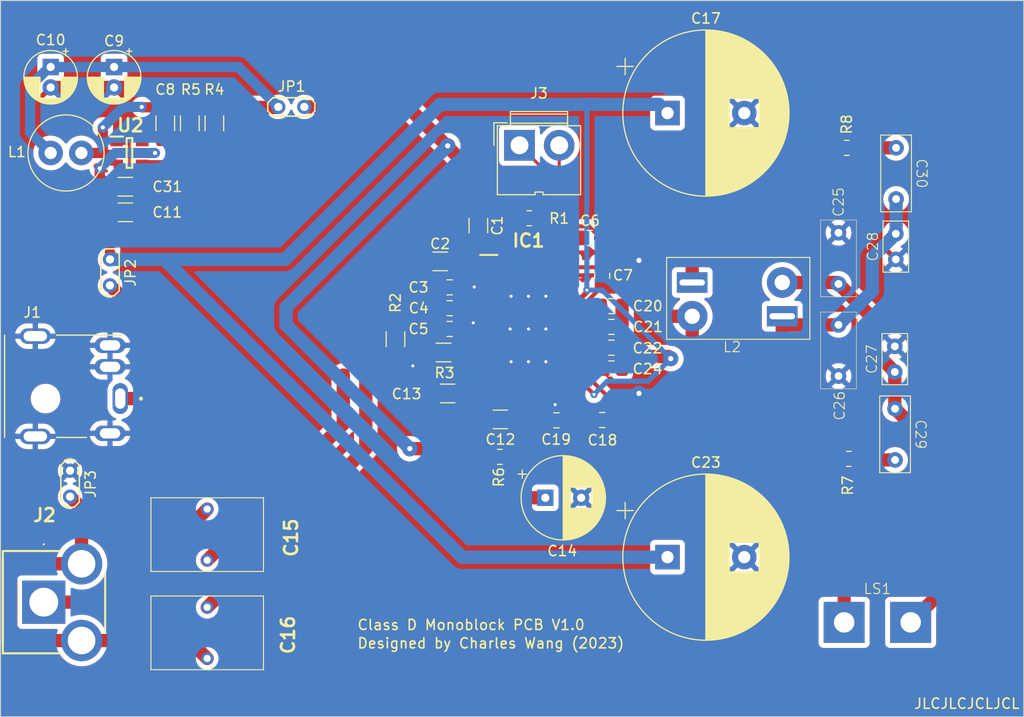
<source format=kicad_pcb>
(kicad_pcb (version 20221018) (generator pcbnew)
  (layers (0 "F.Cu" signal) (1 "In1.Cu" signal) (2 "In2.Cu" signal) (31 "B.Cu" power) (34 "B.Paste" user) (35 "F.Paste" user) (36 "B.SilkS" user "B.Silkscreen") (37 "F.SilkS" user "F.Silkscreen") (38 "B.Mask" user) (39 "F.Mask" user) (44 "Edge.Cuts" user))
  (net 0 "")
  (net 1 "GND")
  (net 2 "Net-(IC1-GVDD_CD)")
  (net 3 "Net-(IC1-VBG)")
  (net 4 "Net-(IC1-C_START)")
  (net 5 "Net-(IC1-AVDD)")
  (net 6 "Net-(IC1-DVDD)")
  (net 7 "Net-(IC1-BST_D)")
  (net 8 "Net-(IC1-OUT_B)")
  (net 9 "Net-(IC1-BST_C)")
  (net 10 "Net-(IC1-OUT_A_1)")
  (net 11 "Net-(U2-CB)")
  (net 12 "Net-(U2-SW)")
  (net 13 "+24V")
  (net 14 "Net-(IC1-GVDD_AB)")
  (net 15 "+12V")
  (net 16 "Net-(J2-SLEEVE)")
  (net 17 "Net-(IC1-INPUT_B)")
  (net 18 "Net-(J2-SHUNT)")
  (net 19 "Net-(IC1-INPUT_A)")
  (net 20 "Net-(IC1-BST_B)")
  (net 21 "Net-(IC1-BST_A)")
  (net 22 "Net-(C25-Pad1)")
  (net 23 "Net-(C26-Pad2)")
  (net 24 "Net-(C29-Pad2)")
  (net 25 "Net-(C30-Pad1)")
  (net 27 "Net-(IC1-~{FAULT})")
  (net 28 "Net-(IC1-~{RESET})")
  (net 31 "Net-(IC1-FREQ_ADJ)")
  (net 32 "Net-(IC1-OC_ADJ)")
  (net 33 "Net-(JP2-B)")
  (net 34 "Net-(U2-FB)")
  (footprint "Capacitor_SMD:C_1206_3216Metric_Pad1.33x1.80mm_HandSolder" (layer "F.Cu") (at 86.2 62.9)
    (fp_text reference "C31")
    (fp_text value "100nF")
  )
  (footprint "Library:MKS2B051001N00KSSD" (layer "F.Cu") (at 94.2 94.4 -90)
    (fp_text reference "C15")
    (fp_text value "10uF (film)" hide)
  )
  (footprint "Library:SOP64P810X120-45M" (layer "F.Cu") (at 125.6 76.8)
    (fp_text reference "IC1")
    (fp_text value "TPA3244DDWR" hide)
  )
  (footprint "Library:PJRAN1X1U01AUX" (layer "F.Cu") (at 78.225 103.5 -90)
    (fp_text reference "J2")
    (fp_text value "PJRAN1X1U01AUX" hide)
  )
  (footprint "Capacitor_SMD:C_1206_3216Metric_Pad1.33x1.80mm_HandSolder" (layer "F.Cu") (at 120.7 66.7 -90)
    (fp_text reference "C1")
    (fp_text value "100nF")
  )
  (footprint "Capacitor_SMD:C_1206_3216Metric_Pad1.33x1.80mm_HandSolder" (layer "F.Cu") (at 86.2 65.4 180)
    (fp_text reference "C11")
    (fp_text value "4.7uF")
  )
  (footprint "Library:Dual_Inductor_Wurth_744011480220" (layer "F.Cu") (at 146.1 73.9 180)
    (fp_text reference "L2")
    (fp_text value "22uHx2")
  )
  (footprint "Resistor_SMD:R_1206_3216Metric_Pad1.30x1.75mm_HandSolder" (layer "F.Cu") (at 94.9 56.7 90)
    (fp_text reference "R4")
    (fp_text value "100K (1%)")
  )
  (footprint "Library:MKS2B036801C00" (layer "F.Cu") (at 155.9 69.9 90)
    (fp_text reference "C25")
    (fp_text value "680nF")
  )
  (footprint "Library:MKS2B036801C00" (layer "F.Cu") (at 155.9 78.9 90)
    (fp_text reference "C26")
    (fp_text value "680nF")
  )
  (footprint "Capacitor_SMD:C_0805_2012Metric_Pad1.18x1.45mm_HandSolder" (layer "F.Cu") (at 117.9 74.768)
    (fp_text reference "C4")
    (fp_text value "1uF")
  )
  (footprint "Library:MKP2F021001B00" (layer "F.Cu") (at 164.925 87.1 -90)
    (fp_text reference "C29")
    (fp_text value "10nF")
  )
  (footprint "Resistor_SMD:R_1206_3216Metric_Pad1.30x1.75mm_HandSolder" (layer "F.Cu") (at 92.5 56.7 -90)
    (fp_text reference "R5")
    (fp_text value "5.23K (1%)")
  )
  (footprint "Capacitor_THT:CP_Radial_D8.0mm_P3.50mm" (layer "F.Cu") (at 127.247349 93.3)
    (fp_text reference "C14")
    (fp_text value "470uF 25V")
  )
  (footprint "Capacitor_SMD:C_0805_2012Metric_Pad1.18x1.45mm_HandSolder" (layer "F.Cu") (at 132.8 85.7)
    (fp_text reference "C18")
    (fp_text value "33nF")
  )
  (footprint "Resistor_SMD:R_1206_3216Metric_Pad1.30x1.75mm_HandSolder" (layer "F.Cu") (at 117.3 79.1)
    (fp_text reference "R3")
    (fp_text value "30k")
  )
  (footprint "Capacitor_THT:CP_Radial_D16.0mm_P7.50mm" (layer "F.Cu") (at 139.187246 55.7)
    (fp_text reference "C17")
    (fp_text value "1000uF")
  )
  (footprint "Capacitor_SMD:C_0805_2012Metric_Pad1.18x1.45mm_HandSolder" (layer "F.Cu") (at 133.7065 78.6288)
    (fp_text reference "C22")
    (fp_text value "1uF")
  )
  (footprint "Capacitor_SMD:C_0805_2012Metric_Pad1.18x1.45mm_HandSolder" (layer "F.Cu") (at 117.9 72.736)
    (fp_text reference "C3")
    (fp_text value "10nF")
  )
  (footprint "Capacitor_SMD:C_1206_3216Metric_Pad1.33x1.80mm_HandSolder" (layer "F.Cu") (at 90.1 56.7 90)
    (fp_text reference "C8")
    (fp_text value "100nF")
  )
  (footprint "Capacitor_THT:CP_Radial_D16.0mm_P7.50mm" (layer "F.Cu") (at 139.187246 99.1)
    (fp_text reference "C23")
    (fp_text value "1000uF")
  )
  (footprint "Library:FKP0C011000B00" (layer "F.Cu") (at 156.5 68.75 90)
    (fp_text reference "C28")
    (fp_text value "1nF")
  )
  (footprint "Capacitor_SMD:C_0805_2012Metric_Pad1.18x1.45mm_HandSolder" (layer "F.Cu") (at 133.7065 74.5648)
    (fp_text reference "C20")
    (fp_text value "1uF")
  )
  (footprint "Resistor_SMD:R_0805_2012Metric_Pad1.20x1.40mm_HandSolder" (layer "F.Cu") (at 156.7 59.1)
    (fp_text reference "R8")
    (fp_text value "3R3")
  )
  (footprint "Capacitor_SMD:C_0805_2012Metric_Pad1.18x1.45mm_HandSolder" (layer "F.Cu") (at 117.9 76.8)
    (fp_text reference "C5")
    (fp_text value "1uF")
  )
  (footprint "Library:FKP0C011000B00" (layer "F.Cu") (at 156.4 79.75 90)
    (fp_text reference "C27")
    (fp_text value "1nF")
  )
  (footprint "Capacitor_SMD:C_0805_2012Metric_Pad1.18x1.45mm_HandSolder" (layer "F.Cu") (at 133.7065 76.5968 180)
    (fp_text reference "C21")
    (fp_text value "1uF")
  )
  (footprint "Capacitor_SMD:C_1206_3216Metric_Pad1.33x1.80mm_HandSolder" (layer "F.Cu") (at 116.964 70.196)
    (fp_text reference "C2")
    (fp_text value "100nF")
  )
  (footprint "Capacitor_SMD:C_0805_2012Metric_Pad1.18x1.45mm_HandSolder" (layer "F.Cu") (at 133.7065 80.6608 180)
    (fp_text reference "C24")
    (fp_text value "1uF")
  )
  (footprint "Resistor_SMD:R_0805_2012Metric_Pad1.20x1.40mm_HandSolder" (layer "F.Cu") (at 156.9 89.5 180)
    (fp_text reference "R7")
    (fp_text value "3R3")
  )
  (footprint "Capacitor_THT:CP_Radial_D5.0mm_P2.00mm" (layer "F.Cu") (at 78.9 51.2 -90)
    (fp_text reference "C10")
    (fp_text value "10uF")
  )
  (footprint "Capacitor_SMD:C_0805_2012Metric_Pad1.18x1.45mm_HandSolder" (layer "F.Cu") (at 132.8 71.6 -90)
    (fp_text reference "C7")
    (fp_text value "33nF")
  )
  (footprint "Capacitor_SMD:C_0805_2012Metric_Pad1.18x1.45mm_HandSolder" (layer "F.Cu") (at 131.6 67.9)
    (fp_text reference "C6")
    (fp_text value "33nF")
  )
  (footprint "TestPoint:TestPoint_2Pads_Pitch2.54mm_Drill0.8mm" (layer "F.Cu") (at 84.7 70 -90)
    (fp_text reference "JP2")
    (fp_text value "24V Jumper")
  )
  (footprint "Capacitor_SMD:C_1206_3216Metric_Pad1.33x1.80mm_HandSolder" (layer "F.Cu") (at 117.7 83.1)
    (fp_text reference "C13")
    (fp_text value "100nF")
  )
  (footprint "Library:L_Radial_D7.0mm_P3.0mm" (layer "F.Cu") (at 78.9 59.6)
    (fp_text reference "L1")
    (fp_text value "8.2uH")
  )
  (footprint "Capacitor_THT:CP_Radial_D5.0mm_P2.00mm" (layer "F.Cu") (at 85.1 51.2 -90)
    (fp_text reference "C9")
    (fp_text value "10uF")
  )
  (footprint "Library:SpeakerOutWire" (layer "F.Cu") (at 159.7 108.475 180)
    (fp_text reference "LS1")
    (fp_text value "Speaker")
  )
  (footprint "Resistor_SMD:R_0805_2012Metric_Pad1.20x1.40mm_HandSolder" (layer "F.Cu") (at 122.8 89.3 180)
    (fp_text reference "R6")
    (fp_text value "3R3")
  )
  (footprint "Library:MKP2F021001B00" (layer "F.Cu") (at 165.025 61.6 -90)
    (fp_text reference "C30")
    (fp_text value "10nF")
  )
  (footprint "Library:CUI_PJ-076A" (layer "F.Cu") (at 80.15 82.4)
    (fp_text reference "J1")
    (fp_text value "PJ-076A")
  )
  (footprint "TestPoint:TestPoint_2Pads_Pitch2.54mm_Drill0.8mm" (layer "F.Cu") (at 80.8 90.65 -90)
    (fp_text reference "JP3")
    (fp_text value "Audio GND")
  )
  (footprint "TestPoint:TestPoint_2Pads_Pitch2.54mm_Drill0.8mm" (layer "F.Cu") (at 101.15 55.1)
    (fp_text reference "JP1")
    (fp_text value "12V Jumper")
  )
  (footprint "Resistor_SMD:R_0805_2012Metric_Pad1.20x1.40mm_HandSolder" (layer "F.Cu") (at 125.6856 65.9796)
    (fp_text reference "R1")
    (fp_text value "3R3")
  )
  (footprint "Library:SOT95P280X110-6N" (layer "F.Cu") (at 86.6 59.6)
    (fp_text reference "U2")
    (fp_text value "LMR51420YDDCR" hide)
  )
  (footprint "Resistor_SMD:R_1206_3216Metric_Pad1.30x1.75mm_HandSolder" (layer "F.Cu") (at 112.6 77.8 -90)
    (fp_text reference "R2")
    (fp_text value "30K (1%)")
  )
  (footprint "Capacitor_SMD:C_1206_3216Metric_Pad1.33x1.80mm_HandSolder" (layer "F.Cu") (at 122.8568 85.6392)
    (fp_text reference "C12")
    (fp_text value "100nF")
  )
  (footprint "Library:MKS2B051001N00KSSD" (layer "F.Cu") (at 94.2 109 90)
    (fp_text reference "C16")
    (fp_text value "10uF (film)" hide)
  )
  (footprint "Connector:JWT_A3963_1x02_P3.96mm_Vertical" (layer "F.Cu") (at 124.72 58.85)
    (fp_text reference "J3")
    (fp_text value "status_output")
  )
  (footprint "Capacitor_SMD:C_0805_2012Metric_Pad1.18x1.45mm_HandSolder" (layer "F.Cu") (at 128.331555 85.7332 180)
    (fp_text reference "C19")
    (fp_text value "33nF")
  )
  (gr_line (start 74 44.7) (end 74 114.7) (stroke (width 0.1)) (layer "Edge.Cuts"))
  (gr_line (start 174 114.7) (end 174 44.7) (stroke (width 0.1)) (layer "Edge.Cuts"))
  (gr_line (start 174 44.7) (end 74 44.7) (stroke (width 0.1)) (layer "Edge.Cuts"))
  (gr_line (start 74 114.7) (end 174 114.7) (stroke (width 0.1)) (layer "Edge.Cuts"))
  (gr_text "Class D Monoblock PCB V1.0" (at 108.8 106.3) (layer "F.SilkS") (effects (font (size 1 1)) (justify left bottom)))
  (gr_text "JLCJLCJCLJCL" (at 163.2 114) (layer "F.SilkS") (effects (font (size 1 1)) (justify left bottom)))
  (gr_text "Designed by Charles Wang (2023)" (at 108.8 108.1) (layer "F.SilkS") (effects (font (size 1 1)) (justify left bottom)))
  (segment (start 132.4658 76.8) (end 132.669 76.5968) (width 0.4) (layer "F.Cu") (net 1))
  (segment (start 122.108 73.308) (end 125.6 76.8) (width 0.4) (layer "F.Cu") (net 1))
  (segment (start 121.7 76.2) (end 121.7 75.86) (width 0.4) (layer "F.Cu") (net 1))
  (segment (start 129.488 81.9) (end 128.565 81.9) (width 0.4) (layer "F.Cu") (net 1))
  (segment (start 78.9 53.2) (end 85.1 53.2) (width 1.3) (layer "F.Cu") (net 1))
  (segment (start 121.7 75.86) (end 121.712 75.848) (width 0.4) (layer "F.Cu") (net 1))
  (segment (start 129.488 76.8) (end 129.488 76.482) (width 0.4) (layer "F.Cu") (net 1))
  (segment (start 129.636 71.55) (end 135.05 71.55) (width 0.4) (layer "F.Cu") (net 1))
  (segment (start 129.488 72.038) (end 129.488 71.402) (width 0.4) (layer "F.Cu") (net 1))
  (segment (start 136.4 70.2) (end 136.4 70.1) (width 0.4) (layer "F.Cu") (net 1))
  (segment (start 136.5 70.1) (end 136.3 70.3) (width 0.4) (layer "F.Cu") (net 1))
  (segment (start 129.488 81.9) (end 129.488 81.562) (width 0.4) (layer "F.Cu") (net 1))
  (segment (start 125.6 80) (end 125.6 76.8) (width 0.4) (layer "F.Cu") (net 1))
  (segment (start 116.8625 72.736) (end 116.8625 76.8) (width 1.3) (layer "F.Cu") (net 1))
  (segment (start 121.712 82.198) (end 124.252 82.198) (width 0.4) (layer "F.Cu") (net 1))
  (segment (start 129.488 71.402) (end 129.636 71.55) (width 0.4) (layer "F.Cu") (net 1))
  (segment (start 129.488 82.198) (end 129.488 81.9) (width 0.4) (layer "F.Cu") (net 1))
  (segment (start 128.565 81.9) (end 128.2 82.265) (width 0.4) (layer "F.Cu") (net 1))
  (segment (start 129.488 76.8) (end 132.4658 76.8) (width 0.4) (layer "F.Cu") (net 1))
  (segment (start 128.2 82.265) (end 128.2 84.2) (width 0.4) (layer "F.Cu") (net 1))
  (segment (start 120.2 76.2) (end 121.7 76.2) (width 0.4) (layer "F.Cu") (net 1))
  (segment (start 136.4 83.1) (end 135.1082 83.1) (width 0.4) (layer "F.Cu") (net 1))
  (segment (start 124.252 82.198) (end 125.6 80.85) (width 0.4) (layer "F.Cu") (net 1))
  (segment (start 129.488 77.118) (end 129.488 76.8) (width 0.4) (layer "F.Cu") (net 1))
  (segment (start 92.5 54.919365) (end 90.780635 53.2) (width 1.3) (layer "F.Cu") (net 1))
  (segment (start 120.885 73.7) (end 120.3 73.115) (width 0.4) (layer "F.Cu") (net 1))
  (segment (start 125.6 80.85) (end 125.6 80) (width 0.4) (layer "F.Cu") (net 1))
  (segment (start 135.05 71.55) (end 136.4 70.2) (width 0.4) (layer "F.Cu") (net 1))
  (segment (start 121.712 73.308) (end 122.108 73.308) (width 0.4) (layer "F.Cu") (net 1))
  (segment (start 120.3 73.115) (end 120.3 72.7) (width 0.4) (layer "F.Cu") (net 1))
  (segment (start 136.4 70.1) (end 136.5 70.1) (width 0.4) (layer "F.Cu") (net 1))
  (segment (start 120.885 73.7) (end 121.7 73.7) (width 0.4) (layer "F.Cu") (net 1))
  (segment (start 92.5 55.15) (end 92.5 54.919365) (width 1.3) (layer "F.Cu") (net 1))
  (segment (start 90.780635 53.2) (end 85.1 53.2) (width 1.3) (layer "F.Cu") (net 1))
  (segment (start 132.669 74.5648) (end 132.669 80.6608) (width 1.3) (layer "F.Cu") (net 1))
  (segment (start 135.1082 83.1) (end 132.669 80.6608) (width 0.4) (layer "F.Cu") (net 1))
  (via (at 125.6 73.6) (size 0.7) (drill 0.3) (layers "F.Cu" "B.Cu") (net 1))
  (via (at 125.6 80) (size 0.7) (drill 0.3) (layers "F.Cu" "B.Cu") (net 1))
  (via (at 123.9 80) (size 0.7) (drill 0.3) (layers "F.Cu" "B.Cu") (net 1))
  (via (at 123.8 76.8) (size 0.7) (drill 0.3) (layers "F.Cu" "B.Cu") (net 1))
  (via (at 136.4 70.1) (size 1.5) (drill 0.5) (layers "F.Cu" "B.Cu") (net 1))
  (via (at 123.9 73.6) (size 0.7) (drill 0.3) (layers "F.Cu" "B.Cu") (net 1))
  (via (at 136.4 83.1) (size 1.5) (drill 0.5) (layers "F.Cu" "B.Cu") (net 1))
  (via (at 120.2 76.2) (size 0.7) (drill 0.3) (layers "F.Cu" "B.Cu") (net 1))
  (via (at 125.6 76.8) (size 0.7) (drill 0.3) (layers "F.Cu" "B.Cu") (net 1))
  (via (at 127.3 80) (size 0.7) (drill 0.3) (layers "F.Cu" "B.Cu") (net 1))
  (via (at 127.3 76.8) (size 0.7) (drill 0.3) (layers "F.Cu" "B.Cu") (net 1))
  (via (at 120.3 72.7) (size 0.7) (drill 0.3) (layers "F.Cu" "B.Cu") (net 1))
  (via (at 127.3 73.6) (size 0.7) (drill 0.3) (layers "F.Cu" "B.Cu") (net 1))
  (via (at 114.3 80.4) (size 0.7) (drill 0.3) (layers "F.Cu" "B.Cu") (net 1))
  (via (at 128.2 84.2) (size 0.7) (drill 0.3) (layers "F.Cu" "B.Cu") (net 1))
  (segment (start 126.6856 66.123103) (end 124.546203 68.2625) (width 1) (layer "F.Cu") (net 2))
  (segment (start 121.712 70.132) (end 121.712 69.2745) (width 0.4) (layer "F.Cu") (net 2))
  (segment (start 126.6856 65.9796) (end 126.6856 66.123103) (width 1) (layer "F.Cu") (net 2))
  (segment (start 124.546203 68.2625) (end 120.7 68.2625) (width 1) (layer "F.Cu") (net 2))
  (segment (start 121.712 69.2745) (end 120.7 68.2625) (width 0.4) (layer "F.Cu") (net 2))
  (segment (start 119.7325 71.402) (end 118.5265 70.196) (width 0.4) (layer "F.Cu") (net 3))
  (segment (start 121.712 71.402) (end 119.7325 71.402) (width 0.4) (layer "F.Cu") (net 3))
  (segment (start 118.9375 73.0225) (end 118.9375 72.736) (width 0.4) (layer "F.Cu") (net 4))
  (segment (start 120.493 74.578) (end 118.9375 73.0225) (width 0.4) (layer "F.Cu") (net 4))
  (segment (start 121.712 74.578) (end 120.493 74.578) (width 0.4) (layer "F.Cu") (net 4))
  (segment (start 121.712 75.212) (end 119.3815 75.212) (width 0.4) (layer "F.Cu") (net 5))
  (segment (start 119.3815 75.212) (end 118.9375 74.768) (width 0.4) (layer "F.Cu") (net 5))
  (segment (start 122.933 77.118) (end 121.712 77.118) (width 0.4) (layer "F.Cu") (net 6))
  (segment (start 122.9495 81.5455) (end 122.9495 77.1345) (width 0.4) (layer "F.Cu") (net 6))
  (segment (start 122.9495 77.1345) (end 122.933 77.118) (width 0.4) (layer "F.Cu") (net 6))
  (segment (start 121.712 77.118) (end 119.2555 77.118) (width 0.4) (layer "F.Cu") (net 6))
  (segment (start 122.933 81.562) (end 122.9495 81.5455) (width 0.4) (layer "F.Cu") (net 6))
  (segment (start 119.2555 77.118) (end 118.9375 76.8) (width 0.4) (layer "F.Cu") (net 6))
  (segment (start 121.712 81.562) (end 122.933 81.562) (width 0.4) (layer "F.Cu") (net 6))
  (segment (start 129.927255 67.9) (end 129.488 68.339255) (width 0.4) (layer "F.Cu") (net 7))
  (segment (start 130.5625 67.9) (end 129.927255 67.9) (width 0.4) (layer "F.Cu") (net 7))
  (segment (start 129.488 70.132) (end 129.488 68.339255) (width 0.4) (layer "F.Cu") (net 7))
  (segment (start 133.8375 83.9) (end 133.8375 85.7) (width 0.4) (layer "F.Cu") (net 8))
  (segment (start 128.2505 73.3245) (end 128.267 73.308) (width 0.4) (layer "F.Cu") (net 8))
  (segment (start 131.6 78.645) (end 130.707 77.752) (width 0.4) (layer "F.Cu") (net 8))
  (segment (start 129.488 72.672) (end 129.488 73.308) (width 0.4) (layer "F.Cu") (net 8))
  (segment (start 128.267 77.752) (end 128.2505 77.7355) (width 0.4) (layer "F.Cu") (net 8))
  (segment (start 141.6 70.2) (end 139.3 67.9) (width 1.3) (layer "F.Cu") (net 8))
  (segment (start 128.267 73.308) (end 129.488 73.308) (width 0.4) (layer "F.Cu") (net 8))
  (segment (start 141.6 72.26) (end 141.6 70.2) (width 1.3) (layer "F.Cu") (net 8))
  (segment (start 129.955761 66.775) (end 131.5125 66.775) (width 0.4) (layer "F.Cu") (net 8))
  (segment (start 129.488 77.752) (end 128.267 77.752) (width 0.4) (layer "F.Cu") (net 8))
  (segment (start 139.3 67.9) (end 132.6375 67.9) (width 1.3) (layer "F.Cu") (net 8))
  (segment (start 128.2505 77.7355) (end 128.2505 73.3245) (width 0.4) (layer "F.Cu") (net 8))
  (segment (start 128.2505 72.6555) (end 128.2505 68.480261) (width 0.4) (layer "F.Cu") (net 8))
  (segment (start 129.488 72.672) (end 128.267 72.672) (width 0.4) (layer "F.Cu") (net 8))
  (segment (start 128.2505 72.6555) (end 128.2505 73.3245) (width 0.4) (layer "F.Cu") (net 8))
  (segment (start 128.2505 68.480261) (end 129.955761 66.775) (width 0.4) (layer "F.Cu") (net 8))
  (segment (start 128.267 72.672) (end 128.2505 72.6555) (width 0.4) (layer "F.Cu") (net 8))
  (segment (start 131.6 81.6625) (end 133.8375 83.9) (width 0.4) (layer "F.Cu") (net 8))
  (segment (start 131.5125 66.775) (end 132.6375 67.9) (width 0.4) (layer "F.Cu") (net 8))
  (segment (start 131.6 81.6625) (end 131.6 78.645) (width 0.4) (layer "F.Cu") (net 8))
  (segment (start 130.707 77.752) (end 129.488 77.752) (width 0.4) (layer "F.Cu") (net 8))
  (segment (start 129.488 70.768) (end 132.259255 70.768) (width 0.4) (layer "F.Cu") (net 9))
  (segment (start 132.259255 70.768) (end 132.831555 70.1957) (width 0.4) (layer "F.Cu") (net 9))
  (segment (start 129.488 80.292) (end 128.903 80.292) (width 0.4) (layer "F.Cu") (net 10))
  (segment (start 128.86772 87.6) (end 127.294055 86.026335) (width 1.3) (layer "F.Cu") (net 10))
  (segment (start 141.6 82.4) (end 136.4 87.6) (width 1.3) (layer "F.Cu") (net 10))
  (segment (start 136.4 87.6) (end 128.86772 87.6) (width 1.3) (layer "F.Cu") (net 10))
  (segment (start 139.36 75.56) (end 136.5 72.7) (width 1.3) (layer "F.Cu") (net 10))
  (segment (start 128.267 80.928) (end 129.488 80.928) (width 0.4) (layer "F.Cu") (net 10))
  (segment (start 127.294055 81.900945) (end 128.267 80.928) (width 0.4) (layer "F.Cu") (net 10))
  (segment (start 127.294055 86.026335) (end 127.294055 85.7332) (width 1.3) (layer "F.Cu") (net 10))
  (segment (start 130.707 75.848) (end 131.5 75.055) (width 0.4) (layer "F.Cu") (net 10))
  (segment (start 129.488 80.928) (end 129.488 80.292) (width 0.4) (layer "F.Cu") (net 10))
  (segment (start 127.294055 85.7332) (end 127.294055 81.900945) (width 0.4) (layer "F.Cu") (net 10))
  (segment (start 129.488 75.848) (end 130.707 75.848) (width 0.4) (layer "F.Cu") (net 10))
  (segment (start 131.5 73.9375) (end 132.8 72.6375) (width 0.4) (layer "F.Cu") (net 10))
  (segment (start 141.6 75.56) (end 141.6 82.4) (width 1.3) (layer "F.Cu") (net 10))
  (segment (start 141.6 75.56) (end 139.36 75.56) (width 1.3) (layer "F.Cu") (net 10))
  (segment (start 136.5 72.7) (end 132.8625 72.7) (width 1.3) (layer "F.Cu") (net 10))
  (segment (start 128.903 80.292) (end 128.267 80.928) (width 0.4) (layer "F.Cu") (net 10))
  (segment (start 131.5 75.055) (end 131.5 73.9375) (width 0.4) (layer "F.Cu") (net 10))
  (segment (start 132.8625 72.7) (end 132.8 72.6375) (width 1.3) (layer "F.Cu") (net 10))
  (segment (start 90.1 58.2625) (end 88.2375 58.2625) (width 0.5) (layer "F.Cu") (net 11))
  (segment (start 88.2375 58.2625) (end 87.85 58.65) (width 0.5) (layer "F.Cu") (net 11))
  (segment (start 87.8375 55.1375) (end 87.8 55.1) (width 1) (layer "F.Cu") (net 12))
  (segment (start 84 57.1) (end 84 59.6) (width 1) (layer "F.Cu") (net 12))
  (segment (start 81.9 59.6) (end 84 59.6) (width 1) (layer "F.Cu") (net 12))
  (segment (start 85.35 59.6) (end 84 59.6) (width 0.6) (layer "F.Cu") (net 12))
  (segment (start 90.1 55.1375) (end 87.8375 55.1375) (width 1) (layer "F.Cu") (net 12))
  (via (at 87.8 55.1) (size 0.8) (drill 0.4) (layers "F.Cu" "B.Cu") (net 12))
  (via (at 84 57.1) (size 0.8) (drill 0.4) (layers "F.Cu" "B.Cu") (net 12))
  (segment (start 87.8 55.1) (end 86 55.1) (width 1) (layer "B.Cu") (net 12))
  (segment (start 86 55.1) (end 84 57.1) (width 1) (layer "B.Cu") (net 12))
  (segment (start 134.744 79.5) (end 139.3 79.5) (width 1.3) (layer "F.Cu") (net 13))
  (segment (start 85.35 60.55) (end 85.35 62.1875) (width 0.6) (layer "F.Cu") (net 13))
  (segment (start 131 82.2) (end 131 79.949) (width 0.4) (layer "F.Cu") (net 13))
  (segment (start 83.7 61.9625) (end 84.6375 62.9) (width 1) (layer "F.Cu") (net 13))
  (segment (start 139.3 79.5) (end 139.5 79.7) (width 1.3) (layer "F.Cu") (net 13))
  (segment (start 129.488 75.212) (end 129.488 74.578) (width 0.4) (layer "F.Cu") (net 13))
  (segment (start 134.744 79.5) (end 134.744 74.5648) (width 1.3) (layer "F.Cu") (net 13))
  (segment (start 130.709 79.658) (end 129.488 79.658) (width 0.4) (layer "F.Cu") (net 13))
  (segment (start 129.488 79.022) (end 129.488 79.658) (width 0.4) (layer "F.Cu") (net 13))
  (segment (start 129.488 73.942) (end 129.488 74.578) (width 0.4) (layer "F.Cu") (net 13))
  (segment (start 131.3 73.2) (end 129.922 74.578) (width 0.5) (layer "F.Cu") (net 13))
  (segment (start 84.7 65.4625) (end 84.6375 65.4) (width 1.3) (layer "F.Cu") (net 13))
  (segment (start 131.3 73) (end 131.3 73.2) (width 0.5) (layer "F.Cu") (net 13))
  (segment (start 129.488 78.388) (end 129.488 79.022) (width 0.4) (layer "F.Cu") (net 13))
  (segment (start 85.35 62.1875) (end 84.6375 62.9) (width 0.6) (layer "F.Cu") (net 13))
  (segment (start 131 79.949) (end 130.709 79.658) (width 0.4) (layer "F.Cu") (net 13))
  (segment (start 132 83.2) (end 131 82.2) (width 0.4) (layer "F.Cu") (net 13))
  (segment (start 129.922 74.578) (end 129.488 74.578) (width 0.5) (layer "F.Cu") (net 13))
  (segment (start 84.7 70) (end 84.7 62.9625) (width 1) (layer "F.Cu") (net 13))
  (segment (start 134.744 80.6608) (end 134.744 79.5) (width 1.3) (layer "F.Cu") (net 13))
  (segment (start 83.7 61.1) (end 83.7 61.9625) (width 1) (layer "F.Cu") (net 13))
  (segment (start 87.85 59.6) (end 89.1 59.6) (width 0.5) (layer "F.Cu") (net 13))
  (segment (start 84.7 62.9625) (end 84.6375 62.9) (width 1) (layer "F.Cu") (net 13))
  (via (at 139.5 79.7) (size 1.5) (drill 0.5) (layers "F.Cu" "B.Cu") (net 13))
  (via (at 89.1 59.6) (size 0.8) (drill 0.4) (layers "F.Cu" "B.Cu") (net 13))
  (via (at 132 83.2) (size 0.7) (drill 0.3) (layers "F.Cu" "B.Cu") (net 13))
  (via (at 83.7 61.1) (size 0.8) (drill 0.4) (layers "F.Cu" "B.Cu") (net 13))
  (via (at 131.3 73) (size 0.7) (drill 0.3) (layers "F.Cu" "B.Cu") (net 13))
  (segment (start 90 70) (end 84.7 70) (width 1.3) (layer "B.Cu") (net 13))
  (segment (start 119.1 99.1) (end 90 70) (width 1.3) (layer "B.Cu") (net 13))
  (segment (start 101.8 70) (end 90 70) (width 1.3) (layer "B.Cu") (net 13))
  (segment (start 138.337246 54.85) (end 139.187246 55.7) (width 1.3) (layer "B.Cu") (net 13))
  (segment (start 131.3 54.85) (end 116.95 54.85) (width 1.3) (layer "B.Cu") (net 13))
  (segment (start 85.2 59.6) (end 83.7 61.1) (width 1) (layer "B.Cu") (net 13))
  (segment (start 131.3 73) (end 131.3 54.85) (width 0.5) (layer "B.Cu") (net 13))
  (segment (start 116.95 54.85) (end 101.8 70) (width 1.3) (layer "B.Cu") (net 13))
  (segment (start 132.35 54.85) (end 131.3 54.85) (width 1.3) (layer "B.Cu") (net 13))
  (segment (start 133.3 81.9) (end 132 83.2) (width 0.5) (layer "B.Cu") (net 13))
  (segment (start 137.3 81.9) (end 133.3 81.9) (width 0.5) (layer "B.Cu") (net 13))
  (segment (start 139.187246 99.1) (end 119.1 99.1) (width 1.3) (layer "B.Cu") (net 13))
  (segment (start 89.1 59.6) (end 85.2 59.6) (width 1) (layer "B.Cu") (net 13))
  (segment (start 132.8 73) (end 139.5 79.7) (width 0.5) (layer "B.Cu") (net 13))
  (segment (start 131.3 73) (end 132.8 73) (width 0.5) (layer "B.Cu") (net 13))
  (segment (start 139.5 79.7) (end 137.3 81.9) (width 0.5) (layer "B.Cu") (net 13))
  (segment (start 132.35 54.85) (end 138.337246 54.85) (width 1.3) (layer "B.Cu") (net 13))
  (segment (start 123.8 88.1449) (end 121.2943 85.6392) (width 1.3) (layer "F.Cu") (net 14))
  (segment (start 121.2943 83.8857) (end 121.712 83.468) (width 0.4) (layer "F.Cu") (net 14))
  (segment (start 123.8 89.3) (end 123.8 88.1449) (width 1.3) (layer "F.Cu") (net 14))
  (segment (start 121.2943 85.6392) (end 121.2943 83.8857) (width 0.4) (layer "F.Cu") (net 14))
  (segment (start 78.778679 51.2) (end 78.9 51.2) (width 1) (layer "F.Cu") (net 15))
  (segment (start 94.9 55.15) (end 94.9 54.969365) (width 1.3) (layer "F.Cu") (net 15))
  (segment (start 124.6856 65.9796) (end 117.7 58.994) (width 1.3) (layer "F.Cu") (net 15))
  (segment (start 119.5305 82.832) (end 119.2625 83.1) (width 0.4) (layer "F.Cu") (net 15))
  (segment (start 119.2625 86.7625) (end 121.8 89.3) (width 1.3) (layer "F.Cu") (net 15))
  (segment (start 117.7 58.994) (end 117.7 58.9) (width 1.3) (layer "F.Cu") (net 15))
  (segment (start 117.525 88.5) (end 119.2625 86.7625) (width 1.3) (layer "F.Cu") (net 15))
  (segment (start 121.8 89.952651) (end 121.8 89.3) (width 1.3) (layer "F.Cu") (net 15))
  (segment (start 127.247349 93.3) (end 125.147349 93.3) (width 1.3) (layer "F.Cu") (net 15))
  (segment (start 117.606 58.9) (end 113.806 55.1) (width 1.3) (layer "F.Cu") (net 15))
  (segment (start 101.1 55.15) (end 101.15 55.1) (width 1.3) (layer "F.Cu") (net 15))
  (segment (start 113.806 55.1) (end 103.69 55.1) (width 1.3) (layer "F.Cu") (net 15))
  (segment (start 94.9 55.15) (end 101.1 55.15) (width 1.3) (layer "F.Cu") (net 15))
  (segment (start 117.7 58.9) (end 117.606 58.9) (width 1.3) (layer "F.Cu") (net 15))
  (segment (start 114 88.5) (end 117.525 88.5) (width 1.3) (layer "F.Cu") (net 15))
  (segment (start 121.712 82.832) (end 119.5305 82.832) (width 0.4) (layer "F.Cu") (net 15))
  (segment (start 125.147349 93.3) (end 121.8 89.952651) (width 1.3) (layer "F.Cu") (net 15))
  (segment (start 119.2625 86.7625) (end 119.2625 83.1) (width 1.3) (layer "F.Cu") (net 15))
  (via (at 114 88.5) (size 1.5) (drill 0.5) (layers "F.Cu" "B.Cu") (net 15))
  (via (at 117.7 58.9) (size 1.5) (drill 0.5) (layers "F.Cu" "B.Cu") (net 15))
  (segment (start 117.7 58.9) (end 101.9 74.7) (width 1.3) (layer "B.Cu") (net 15))
  (segment (start 101.9 74.7) (end 101.9 74.8) (width 1.3) (layer "B.Cu") (net 15))
  (segment (start 101.9 76.4) (end 114 88.5) (width 1.3) (layer "B.Cu") (net 15))
  (segment (start 78.9 51.2) (end 78.778679 51.2) (width 1) (layer "B.Cu") (net 15))
  (segment (start 97.25 51.2) (end 101.15 55.1) (width 1) (layer "B.Cu") (net 15))
  (segment (start 78.9 51.2) (end 85.1 51.2) (width 1) (layer "B.Cu") (net 15))
  (segment (start 85.1 51.2) (end 97.25 51.2) (width 1) (layer "B.Cu") (net 15))
  (segment (start 78.778679 51.2) (end 76.9 53.078679) (width 1) (layer "B.Cu") (net 15))
  (segment (start 101.9 74.8) (end 101.9 76.4) (width 1.3) (layer "B.Cu") (net 15))
  (segment (start 76.9 57.6) (end 78.9 59.6) (width 1) (layer "B.Cu") (net 15))
  (segment (start 76.9 53.078679) (end 76.9 57.6) (width 1) (layer "B.Cu") (net 15))
  (segment (start 78.225 103.5) (end 85.1 103.5) (width 1.3) (layer "F.Cu") (net 16))
  (segment (start 85.1 103.5) (end 94.2 94.4) (width 1.3) (layer "F.Cu") (net 16))
  (segment (start 120.300894 80.292) (end 119.392894 81.2) (width 0.3) (layer "F.Cu") (net 17))
  (segment (start 111.1 80.7) (end 108.1 80.7) (width 0.3) (layer "F.Cu") (net 17))
  (segment (start 111.6 81.2) (end 111.1 80.7) (width 0.3) (layer "F.Cu") (net 17))
  (segment (start 121.712 80.292) (end 120.300894 80.292) (width 0.3) (layer "F.Cu") (net 17))
  (segment (start 108.1 80.7) (end 107.5 81.3) (width 0.3) (layer "F.Cu") (net 17))
  (segment (start 119.392894 81.2) (end 111.6 81.2) (width 0.3) (layer "F.Cu") (net 17))
  (segment (start 94.2 99.4) (end 107.5 86.1) (width 1.3) (layer "F.Cu") (net 17))
  (segment (start 107.5 86.1) (end 107.5 81.3) (width 1.3) (layer "F.Cu") (net 17))
  (segment (start 81.925 107.25) (end 76.15 107.25) (width 1.3) (layer "F.Cu") (net 18))
  (segment (start 76.048 99.75) (end 81.925 99.75) (width 1.3) (layer "F.Cu") (net 18))
  (segment (start 81.925 94.315) (end 80.8 93.19) (width 1.3) (layer "F.Cu") (net 18))
  (segment (start 81.925 99.75) (end 81.925 94.315) (width 1.3) (layer "F.Cu") (net 18))
  (segment (start 75 100.798) (end 76.048 99.75) (width 1.3) (layer "F.Cu") (net 18))
  (segment (start 92.45 107.25) (end 94.2 109) (width 1.3) (layer "F.Cu") (net 18))
  (segment (start 75 106.1) (end 75 100.798) (width 1.3) (layer "F.Cu") (net 18))
  (segment (start 76.15 107.25) (end 75 106.1) (width 1.3) (layer "F.Cu") (net 18))
  (segment (start 81.925 107.25) (end 92.45 107.25) (width 1.3) (layer "F.Cu") (net 18))
  (segment (start 119.6 81.7) (end 120.372 80.928) (width 0.3) (layer "F.Cu") (net 19))
  (segment (start 109.7 88.5) (end 94.2 104) (width 1.3) (layer "F.Cu") (net 19))
  (segment (start 109.7 81.7) (end 119.6 81.7) (width 0.3) (layer "F.Cu") (net 19))
  (segment (start 109.7 81.7) (end 109.7 88.5) (width 1.3) (layer "F.Cu") (net 19))
  (segment (start 120.372 80.928) (end 121.712 80.928) (width 0.3) (layer "F.Cu") (net 19))
  (segment (start 129.488 82.832) (end 130.683472 82.832) (width 0.4) (layer "F.Cu") (net 20))
  (segment (start 130.95 83.098528) (end 130.95 84.8875) (width 0.4) (layer "F.Cu") (net 20))
  (segment (start 130.683472 82.832) (end 130.95 83.098528) (width 0.4) (layer "F.Cu") (net 20))
  (segment (start 130.95 84.8875) (end 131.7625 85.7) (width 0.4) (layer "F.Cu") (net 20))
  (segment (start 129.369055 83.586945) (end 129.488 83.468) (width 0.4) (layer "F.Cu") (net 21))
  (segment (start 129.369055 85.7332) (end 129.369055 83.586945) (width 0.4) (layer "F.Cu") (net 21))
  (segment (start 155.76 72.26) (end 155.9 72.4) (width 1.3) (layer "F.Cu") (net 22))
  (segment (start 161.4 84.575) (end 161.4 81) (width 1.3) (layer "F.Cu") (net 22))
  (segment (start 167.2 90.375) (end 161.4 84.575) (width 1.3) (layer "F.Cu") (net 22))
  (segment (start 162.95 105.475) (end 167.2 101.225) (width 1.3) (layer "F.Cu") (net 22))
  (segment (start 150.4 72.26) (end 155.76 72.26) (width 1.3) (layer "F.Cu") (net 22))
  (segment (start 158.9 75.4) (end 155.9 72.4) (width 1.3) (layer "F.Cu") (net 22))
  (segment (start 161.4 81) (end 158.9 78.5) (width 1.3) (layer "F.Cu") (net 22))
  (segment (start 167.2 101.225) (end 167.2 90.375) (width 1.3) (layer "F.Cu") (net 22))
  (segment (start 167.2 90.375) (end 161.425 84.6) (width 1.3) (layer "F.Cu") (net 22))
  (segment (start 158.9 78.5) (end 158.9 75.4) (width 1.3) (layer "F.Cu") (net 22))
  (segment (start 150.4 90.9) (end 150.4 75.56) (width 1.3) (layer "F.Cu") (net 23))
  (segment (start 151.24 76.4) (end 150.4 75.56) (width 1.3) (layer "F.Cu") (net 23))
  (segment (start 155.9 76.4) (end 151.24 76.4) (width 1.3) (layer "F.Cu") (net 23))
  (segment (start 156.45 105.475) (end 156.45 96.95) (width 1.3) (layer "F.Cu") (net 23))
  (segment (start 156.45 96.95) (end 150.4 90.9) (width 1.3) (layer "F.Cu") (net 23))
  (segment (start 161.525 67.475) (end 161.5 67.5) (width 1.3) (layer "B.Cu") (net 23))
  (segment (start 159.2 69.8) (end 161.5 67.5) (width 1.3) (layer "B.Cu") (net 23))
  (segment (start 159.2 73.1) (end 159.2 69.8) (width 1.3) (layer "B.Cu") (net 23))
  (segment (start 161.525 64.1) (end 161.525 67.475) (width 1.3) (layer "B.Cu") (net 23))
  (segment (start 161.5 64.125) (end 161.525 64.1) (width 1.3) (layer "B.Cu") (net 23))
  (segment (start 155.9 76.4) (end 159.2 73.1) (width 1.3) (layer "B.Cu") (net 23))
  (segment (start 158 89.6) (end 157.9 89.5) (width 1.3) (layer "F.Cu") (net 24))
  (segment (start 161.425 89.6) (end 158 89.6) (width 1.3) (layer "F.Cu") (net 24))
  (segment (start 161.525 59.1) (end 157.7 59.1) (width 1.3) (layer "F.Cu") (net 25))
  (segment (start 128.1 62.23) (end 124.72 58.85) (width 0.3) (layer "F.Cu") (net 27))
  (segment (start 121.712 72.038) (end 122.8495 72.038) (width 0.3) (layer "F.Cu") (net 27))
  (segment (start 122.8495 72.038) (end 128.1 66.7875) (width 0.3) (layer "F.Cu") (net 27))
  (segment (start 128.1 66.7875) (end 128.1 62.23) (width 0.3) (layer "F.Cu") (net 27))
  (segment (start 121.712 72.672) (end 122.922606 72.672) (width 0.3) (layer "F.Cu") (net 28))
  (segment (start 122.922606 72.672) (end 128.6 66.994606) (width 0.3) (layer "F.Cu") (net 28))
  (segment (start 128.6 66.994606) (end 128.6 58.85) (width 0.3) (layer "F.Cu") (net 28))
  (segment (start 120.645528 79.022) (end 119.498528 77.875) (width 0.3) (layer "F.Cu") (net 31))
  (segment (start 119.498528 77.875) (end 114.075 77.875) (width 0.3) (layer "F.Cu") (net 31))
  (segment (start 121.712 79.022) (end 120.645528 79.022) (width 0.3) (layer "F.Cu") (net 31))
  (segment (start 114.075 77.875) (end 112.6 79.35) (width 0.3) (layer "F.Cu") (net 31))
  (segment (start 121.712 79.658) (end 119.408 79.658) (width 0.3) (layer "F.Cu") (net 32))
  (segment (start 119.408 79.658) (end 118.85 79.1) (width 0.3) (layer "F.Cu") (net 32))
  (segment (start 85.7 83.6) (end 87.9 83.6) (width 1.3) (layer "F.Cu") (net 33))
  (segment (start 89.2 77.04) (end 84.7 72.54) (width 1.3) (layer "F.Cu") (net 33))
  (segment (start 87.9 83.6) (end 89.2 82.3) (width 1.3) (layer "F.Cu") (net 33))
  (segment (start 89.2 82.3) (end 89.2 77.04) (width 1.3) (layer "F.Cu") (net 33))
  (segment (start 87.85 60.55) (end 90.2 60.55) (width 0.5) (layer "F.Cu") (net 34))
  (segment (start 90.2 60.55) (end 92.5 58.25) (width 0.6) (layer "F.Cu") (net 34))
  (segment (start 94.9 58.25) (end 92.5 58.25) (width 1.3) (layer "F.Cu") (net 34))
  (zone (net 13) (net_name "+24V") (layer "F.Cu") (priority 2) (connect_pads (clearance 0.5)) (min_thickness 0.25) (fill yes (thermal_gap 0.5) (thermal_bridge_width 0.5) (island_removal_mode 1) (island_area_min 10))
    (polygon (pts (xy 86.1 60.1) (xy 84.4 60.1) (xy 80.6 61.7) (xy 80.6 63.5) (xy 74.3 63.5) (xy 74.3 71) (xy 86.1 71)))
  )
  (zone (net 1) (net_name "GND") (layer "F.Cu") (priority 3) (connect_pads (clearance 0.5)) (min_thickness 0.25) (fill yes (thermal_gap 0.5) (thermal_bridge_width 0.5) (island_removal_mode 1) (island_area_min 10))
    (polygon (pts (xy 174 44.7) (xy 174 114.7) (xy 74 114.7) (xy 74 44.7)))
  )
  (zone (net 1) (net_name "GND") (layer "B.Cu") (priority 4) (connect_pads (clearance 0.5)) (min_thickness 0.25) (fill yes (thermal_gap 0.5) (thermal_bridge_width 0.5) (island_removal_mode 1) (island_area_min 10))
    (polygon (pts (xy 74 44.7) (xy 174 44.7) (xy 174 114.7) (xy 74 114.7)))
  )
)
</source>
